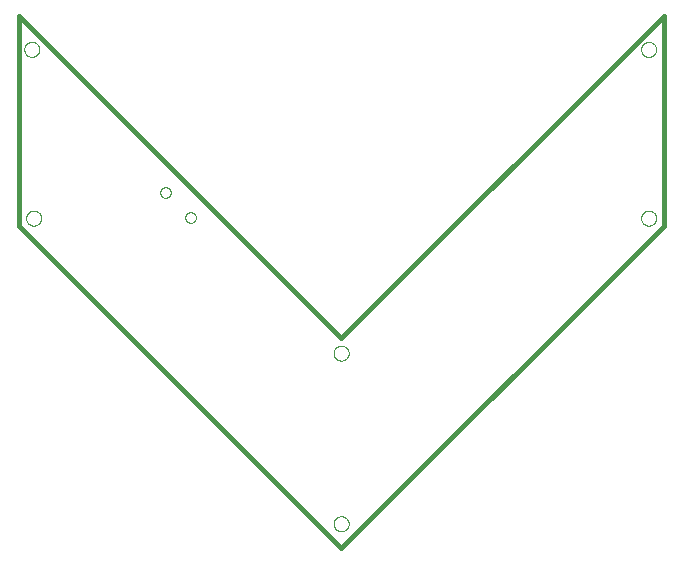
<source format=gko>
G75*
%MOIN*%
%OFA0B0*%
%FSLAX25Y25*%
%IPPOS*%
%LPD*%
%AMOC8*
5,1,8,0,0,1.08239X$1,22.5*
%
%ADD10C,0.00000*%
%ADD11C,0.01600*%
D10*
X0200833Y0081875D02*
X0200835Y0081974D01*
X0200841Y0082074D01*
X0200851Y0082173D01*
X0200865Y0082271D01*
X0200882Y0082369D01*
X0200904Y0082466D01*
X0200929Y0082562D01*
X0200958Y0082657D01*
X0200991Y0082751D01*
X0201028Y0082843D01*
X0201068Y0082934D01*
X0201112Y0083023D01*
X0201160Y0083111D01*
X0201211Y0083196D01*
X0201265Y0083279D01*
X0201322Y0083361D01*
X0201383Y0083439D01*
X0201447Y0083516D01*
X0201513Y0083589D01*
X0201583Y0083660D01*
X0201655Y0083728D01*
X0201730Y0083794D01*
X0201808Y0083856D01*
X0201888Y0083915D01*
X0201970Y0083971D01*
X0202054Y0084023D01*
X0202141Y0084072D01*
X0202229Y0084118D01*
X0202319Y0084160D01*
X0202411Y0084199D01*
X0202504Y0084234D01*
X0202598Y0084265D01*
X0202694Y0084292D01*
X0202791Y0084315D01*
X0202888Y0084335D01*
X0202986Y0084351D01*
X0203085Y0084363D01*
X0203184Y0084371D01*
X0203283Y0084375D01*
X0203383Y0084375D01*
X0203482Y0084371D01*
X0203581Y0084363D01*
X0203680Y0084351D01*
X0203778Y0084335D01*
X0203875Y0084315D01*
X0203972Y0084292D01*
X0204068Y0084265D01*
X0204162Y0084234D01*
X0204255Y0084199D01*
X0204347Y0084160D01*
X0204437Y0084118D01*
X0204525Y0084072D01*
X0204612Y0084023D01*
X0204696Y0083971D01*
X0204778Y0083915D01*
X0204858Y0083856D01*
X0204936Y0083794D01*
X0205011Y0083728D01*
X0205083Y0083660D01*
X0205153Y0083589D01*
X0205219Y0083516D01*
X0205283Y0083439D01*
X0205344Y0083361D01*
X0205401Y0083279D01*
X0205455Y0083196D01*
X0205506Y0083111D01*
X0205554Y0083023D01*
X0205598Y0082934D01*
X0205638Y0082843D01*
X0205675Y0082751D01*
X0205708Y0082657D01*
X0205737Y0082562D01*
X0205762Y0082466D01*
X0205784Y0082369D01*
X0205801Y0082271D01*
X0205815Y0082173D01*
X0205825Y0082074D01*
X0205831Y0081974D01*
X0205833Y0081875D01*
X0205831Y0081776D01*
X0205825Y0081676D01*
X0205815Y0081577D01*
X0205801Y0081479D01*
X0205784Y0081381D01*
X0205762Y0081284D01*
X0205737Y0081188D01*
X0205708Y0081093D01*
X0205675Y0080999D01*
X0205638Y0080907D01*
X0205598Y0080816D01*
X0205554Y0080727D01*
X0205506Y0080639D01*
X0205455Y0080554D01*
X0205401Y0080471D01*
X0205344Y0080389D01*
X0205283Y0080311D01*
X0205219Y0080234D01*
X0205153Y0080161D01*
X0205083Y0080090D01*
X0205011Y0080022D01*
X0204936Y0079956D01*
X0204858Y0079894D01*
X0204778Y0079835D01*
X0204696Y0079779D01*
X0204612Y0079727D01*
X0204525Y0079678D01*
X0204437Y0079632D01*
X0204347Y0079590D01*
X0204255Y0079551D01*
X0204162Y0079516D01*
X0204068Y0079485D01*
X0203972Y0079458D01*
X0203875Y0079435D01*
X0203778Y0079415D01*
X0203680Y0079399D01*
X0203581Y0079387D01*
X0203482Y0079379D01*
X0203383Y0079375D01*
X0203283Y0079375D01*
X0203184Y0079379D01*
X0203085Y0079387D01*
X0202986Y0079399D01*
X0202888Y0079415D01*
X0202791Y0079435D01*
X0202694Y0079458D01*
X0202598Y0079485D01*
X0202504Y0079516D01*
X0202411Y0079551D01*
X0202319Y0079590D01*
X0202229Y0079632D01*
X0202141Y0079678D01*
X0202054Y0079727D01*
X0201970Y0079779D01*
X0201888Y0079835D01*
X0201808Y0079894D01*
X0201730Y0079956D01*
X0201655Y0080022D01*
X0201583Y0080090D01*
X0201513Y0080161D01*
X0201447Y0080234D01*
X0201383Y0080311D01*
X0201322Y0080389D01*
X0201265Y0080471D01*
X0201211Y0080554D01*
X0201160Y0080639D01*
X0201112Y0080727D01*
X0201068Y0080816D01*
X0201028Y0080907D01*
X0200991Y0080999D01*
X0200958Y0081093D01*
X0200929Y0081188D01*
X0200904Y0081284D01*
X0200882Y0081381D01*
X0200865Y0081479D01*
X0200851Y0081577D01*
X0200841Y0081676D01*
X0200835Y0081776D01*
X0200833Y0081875D01*
X0200833Y0138750D02*
X0200835Y0138849D01*
X0200841Y0138949D01*
X0200851Y0139048D01*
X0200865Y0139146D01*
X0200882Y0139244D01*
X0200904Y0139341D01*
X0200929Y0139437D01*
X0200958Y0139532D01*
X0200991Y0139626D01*
X0201028Y0139718D01*
X0201068Y0139809D01*
X0201112Y0139898D01*
X0201160Y0139986D01*
X0201211Y0140071D01*
X0201265Y0140154D01*
X0201322Y0140236D01*
X0201383Y0140314D01*
X0201447Y0140391D01*
X0201513Y0140464D01*
X0201583Y0140535D01*
X0201655Y0140603D01*
X0201730Y0140669D01*
X0201808Y0140731D01*
X0201888Y0140790D01*
X0201970Y0140846D01*
X0202054Y0140898D01*
X0202141Y0140947D01*
X0202229Y0140993D01*
X0202319Y0141035D01*
X0202411Y0141074D01*
X0202504Y0141109D01*
X0202598Y0141140D01*
X0202694Y0141167D01*
X0202791Y0141190D01*
X0202888Y0141210D01*
X0202986Y0141226D01*
X0203085Y0141238D01*
X0203184Y0141246D01*
X0203283Y0141250D01*
X0203383Y0141250D01*
X0203482Y0141246D01*
X0203581Y0141238D01*
X0203680Y0141226D01*
X0203778Y0141210D01*
X0203875Y0141190D01*
X0203972Y0141167D01*
X0204068Y0141140D01*
X0204162Y0141109D01*
X0204255Y0141074D01*
X0204347Y0141035D01*
X0204437Y0140993D01*
X0204525Y0140947D01*
X0204612Y0140898D01*
X0204696Y0140846D01*
X0204778Y0140790D01*
X0204858Y0140731D01*
X0204936Y0140669D01*
X0205011Y0140603D01*
X0205083Y0140535D01*
X0205153Y0140464D01*
X0205219Y0140391D01*
X0205283Y0140314D01*
X0205344Y0140236D01*
X0205401Y0140154D01*
X0205455Y0140071D01*
X0205506Y0139986D01*
X0205554Y0139898D01*
X0205598Y0139809D01*
X0205638Y0139718D01*
X0205675Y0139626D01*
X0205708Y0139532D01*
X0205737Y0139437D01*
X0205762Y0139341D01*
X0205784Y0139244D01*
X0205801Y0139146D01*
X0205815Y0139048D01*
X0205825Y0138949D01*
X0205831Y0138849D01*
X0205833Y0138750D01*
X0205831Y0138651D01*
X0205825Y0138551D01*
X0205815Y0138452D01*
X0205801Y0138354D01*
X0205784Y0138256D01*
X0205762Y0138159D01*
X0205737Y0138063D01*
X0205708Y0137968D01*
X0205675Y0137874D01*
X0205638Y0137782D01*
X0205598Y0137691D01*
X0205554Y0137602D01*
X0205506Y0137514D01*
X0205455Y0137429D01*
X0205401Y0137346D01*
X0205344Y0137264D01*
X0205283Y0137186D01*
X0205219Y0137109D01*
X0205153Y0137036D01*
X0205083Y0136965D01*
X0205011Y0136897D01*
X0204936Y0136831D01*
X0204858Y0136769D01*
X0204778Y0136710D01*
X0204696Y0136654D01*
X0204612Y0136602D01*
X0204525Y0136553D01*
X0204437Y0136507D01*
X0204347Y0136465D01*
X0204255Y0136426D01*
X0204162Y0136391D01*
X0204068Y0136360D01*
X0203972Y0136333D01*
X0203875Y0136310D01*
X0203778Y0136290D01*
X0203680Y0136274D01*
X0203581Y0136262D01*
X0203482Y0136254D01*
X0203383Y0136250D01*
X0203283Y0136250D01*
X0203184Y0136254D01*
X0203085Y0136262D01*
X0202986Y0136274D01*
X0202888Y0136290D01*
X0202791Y0136310D01*
X0202694Y0136333D01*
X0202598Y0136360D01*
X0202504Y0136391D01*
X0202411Y0136426D01*
X0202319Y0136465D01*
X0202229Y0136507D01*
X0202141Y0136553D01*
X0202054Y0136602D01*
X0201970Y0136654D01*
X0201888Y0136710D01*
X0201808Y0136769D01*
X0201730Y0136831D01*
X0201655Y0136897D01*
X0201583Y0136965D01*
X0201513Y0137036D01*
X0201447Y0137109D01*
X0201383Y0137186D01*
X0201322Y0137264D01*
X0201265Y0137346D01*
X0201211Y0137429D01*
X0201160Y0137514D01*
X0201112Y0137602D01*
X0201068Y0137691D01*
X0201028Y0137782D01*
X0200991Y0137874D01*
X0200958Y0137968D01*
X0200929Y0138063D01*
X0200904Y0138159D01*
X0200882Y0138256D01*
X0200865Y0138354D01*
X0200851Y0138452D01*
X0200841Y0138551D01*
X0200835Y0138651D01*
X0200833Y0138750D01*
X0151362Y0183949D02*
X0151364Y0184033D01*
X0151370Y0184116D01*
X0151380Y0184199D01*
X0151394Y0184282D01*
X0151411Y0184364D01*
X0151433Y0184445D01*
X0151458Y0184524D01*
X0151487Y0184603D01*
X0151520Y0184680D01*
X0151556Y0184755D01*
X0151596Y0184829D01*
X0151639Y0184901D01*
X0151686Y0184970D01*
X0151736Y0185037D01*
X0151789Y0185102D01*
X0151845Y0185164D01*
X0151903Y0185224D01*
X0151965Y0185281D01*
X0152029Y0185334D01*
X0152096Y0185385D01*
X0152165Y0185432D01*
X0152236Y0185477D01*
X0152309Y0185517D01*
X0152384Y0185554D01*
X0152461Y0185588D01*
X0152539Y0185618D01*
X0152618Y0185644D01*
X0152699Y0185667D01*
X0152781Y0185685D01*
X0152863Y0185700D01*
X0152946Y0185711D01*
X0153029Y0185718D01*
X0153113Y0185721D01*
X0153197Y0185720D01*
X0153280Y0185715D01*
X0153364Y0185706D01*
X0153446Y0185693D01*
X0153528Y0185677D01*
X0153609Y0185656D01*
X0153690Y0185632D01*
X0153768Y0185604D01*
X0153846Y0185572D01*
X0153922Y0185536D01*
X0153996Y0185497D01*
X0154068Y0185455D01*
X0154138Y0185409D01*
X0154206Y0185360D01*
X0154271Y0185308D01*
X0154334Y0185253D01*
X0154394Y0185195D01*
X0154452Y0185134D01*
X0154506Y0185070D01*
X0154558Y0185004D01*
X0154606Y0184936D01*
X0154651Y0184865D01*
X0154692Y0184792D01*
X0154731Y0184718D01*
X0154765Y0184642D01*
X0154796Y0184564D01*
X0154823Y0184485D01*
X0154847Y0184404D01*
X0154866Y0184323D01*
X0154882Y0184241D01*
X0154894Y0184158D01*
X0154902Y0184074D01*
X0154906Y0183991D01*
X0154906Y0183907D01*
X0154902Y0183824D01*
X0154894Y0183740D01*
X0154882Y0183657D01*
X0154866Y0183575D01*
X0154847Y0183494D01*
X0154823Y0183413D01*
X0154796Y0183334D01*
X0154765Y0183256D01*
X0154731Y0183180D01*
X0154692Y0183106D01*
X0154651Y0183033D01*
X0154606Y0182962D01*
X0154558Y0182894D01*
X0154506Y0182828D01*
X0154452Y0182764D01*
X0154394Y0182703D01*
X0154334Y0182645D01*
X0154271Y0182590D01*
X0154206Y0182538D01*
X0154138Y0182489D01*
X0154068Y0182443D01*
X0153996Y0182401D01*
X0153922Y0182362D01*
X0153846Y0182326D01*
X0153768Y0182294D01*
X0153690Y0182266D01*
X0153609Y0182242D01*
X0153528Y0182221D01*
X0153446Y0182205D01*
X0153364Y0182192D01*
X0153280Y0182183D01*
X0153197Y0182178D01*
X0153113Y0182177D01*
X0153029Y0182180D01*
X0152946Y0182187D01*
X0152863Y0182198D01*
X0152781Y0182213D01*
X0152699Y0182231D01*
X0152618Y0182254D01*
X0152539Y0182280D01*
X0152461Y0182310D01*
X0152384Y0182344D01*
X0152309Y0182381D01*
X0152236Y0182421D01*
X0152165Y0182466D01*
X0152096Y0182513D01*
X0152029Y0182564D01*
X0151965Y0182617D01*
X0151903Y0182674D01*
X0151845Y0182734D01*
X0151789Y0182796D01*
X0151736Y0182861D01*
X0151686Y0182928D01*
X0151639Y0182997D01*
X0151596Y0183069D01*
X0151556Y0183143D01*
X0151520Y0183218D01*
X0151487Y0183295D01*
X0151458Y0183374D01*
X0151433Y0183453D01*
X0151411Y0183534D01*
X0151394Y0183616D01*
X0151380Y0183699D01*
X0151370Y0183782D01*
X0151364Y0183865D01*
X0151362Y0183949D01*
X0143011Y0192301D02*
X0143013Y0192385D01*
X0143019Y0192468D01*
X0143029Y0192551D01*
X0143043Y0192634D01*
X0143060Y0192716D01*
X0143082Y0192797D01*
X0143107Y0192876D01*
X0143136Y0192955D01*
X0143169Y0193032D01*
X0143205Y0193107D01*
X0143245Y0193181D01*
X0143288Y0193253D01*
X0143335Y0193322D01*
X0143385Y0193389D01*
X0143438Y0193454D01*
X0143494Y0193516D01*
X0143552Y0193576D01*
X0143614Y0193633D01*
X0143678Y0193686D01*
X0143745Y0193737D01*
X0143814Y0193784D01*
X0143885Y0193829D01*
X0143958Y0193869D01*
X0144033Y0193906D01*
X0144110Y0193940D01*
X0144188Y0193970D01*
X0144267Y0193996D01*
X0144348Y0194019D01*
X0144430Y0194037D01*
X0144512Y0194052D01*
X0144595Y0194063D01*
X0144678Y0194070D01*
X0144762Y0194073D01*
X0144846Y0194072D01*
X0144929Y0194067D01*
X0145013Y0194058D01*
X0145095Y0194045D01*
X0145177Y0194029D01*
X0145258Y0194008D01*
X0145339Y0193984D01*
X0145417Y0193956D01*
X0145495Y0193924D01*
X0145571Y0193888D01*
X0145645Y0193849D01*
X0145717Y0193807D01*
X0145787Y0193761D01*
X0145855Y0193712D01*
X0145920Y0193660D01*
X0145983Y0193605D01*
X0146043Y0193547D01*
X0146101Y0193486D01*
X0146155Y0193422D01*
X0146207Y0193356D01*
X0146255Y0193288D01*
X0146300Y0193217D01*
X0146341Y0193144D01*
X0146380Y0193070D01*
X0146414Y0192994D01*
X0146445Y0192916D01*
X0146472Y0192837D01*
X0146496Y0192756D01*
X0146515Y0192675D01*
X0146531Y0192593D01*
X0146543Y0192510D01*
X0146551Y0192426D01*
X0146555Y0192343D01*
X0146555Y0192259D01*
X0146551Y0192176D01*
X0146543Y0192092D01*
X0146531Y0192009D01*
X0146515Y0191927D01*
X0146496Y0191846D01*
X0146472Y0191765D01*
X0146445Y0191686D01*
X0146414Y0191608D01*
X0146380Y0191532D01*
X0146341Y0191458D01*
X0146300Y0191385D01*
X0146255Y0191314D01*
X0146207Y0191246D01*
X0146155Y0191180D01*
X0146101Y0191116D01*
X0146043Y0191055D01*
X0145983Y0190997D01*
X0145920Y0190942D01*
X0145855Y0190890D01*
X0145787Y0190841D01*
X0145717Y0190795D01*
X0145645Y0190753D01*
X0145571Y0190714D01*
X0145495Y0190678D01*
X0145417Y0190646D01*
X0145339Y0190618D01*
X0145258Y0190594D01*
X0145177Y0190573D01*
X0145095Y0190557D01*
X0145013Y0190544D01*
X0144929Y0190535D01*
X0144846Y0190530D01*
X0144762Y0190529D01*
X0144678Y0190532D01*
X0144595Y0190539D01*
X0144512Y0190550D01*
X0144430Y0190565D01*
X0144348Y0190583D01*
X0144267Y0190606D01*
X0144188Y0190632D01*
X0144110Y0190662D01*
X0144033Y0190696D01*
X0143958Y0190733D01*
X0143885Y0190773D01*
X0143814Y0190818D01*
X0143745Y0190865D01*
X0143678Y0190916D01*
X0143614Y0190969D01*
X0143552Y0191026D01*
X0143494Y0191086D01*
X0143438Y0191148D01*
X0143385Y0191213D01*
X0143335Y0191280D01*
X0143288Y0191349D01*
X0143245Y0191421D01*
X0143205Y0191495D01*
X0143169Y0191570D01*
X0143136Y0191647D01*
X0143107Y0191726D01*
X0143082Y0191805D01*
X0143060Y0191886D01*
X0143043Y0191968D01*
X0143029Y0192051D01*
X0143019Y0192134D01*
X0143013Y0192217D01*
X0143011Y0192301D01*
X0098333Y0183750D02*
X0098335Y0183849D01*
X0098341Y0183949D01*
X0098351Y0184048D01*
X0098365Y0184146D01*
X0098382Y0184244D01*
X0098404Y0184341D01*
X0098429Y0184437D01*
X0098458Y0184532D01*
X0098491Y0184626D01*
X0098528Y0184718D01*
X0098568Y0184809D01*
X0098612Y0184898D01*
X0098660Y0184986D01*
X0098711Y0185071D01*
X0098765Y0185154D01*
X0098822Y0185236D01*
X0098883Y0185314D01*
X0098947Y0185391D01*
X0099013Y0185464D01*
X0099083Y0185535D01*
X0099155Y0185603D01*
X0099230Y0185669D01*
X0099308Y0185731D01*
X0099388Y0185790D01*
X0099470Y0185846D01*
X0099554Y0185898D01*
X0099641Y0185947D01*
X0099729Y0185993D01*
X0099819Y0186035D01*
X0099911Y0186074D01*
X0100004Y0186109D01*
X0100098Y0186140D01*
X0100194Y0186167D01*
X0100291Y0186190D01*
X0100388Y0186210D01*
X0100486Y0186226D01*
X0100585Y0186238D01*
X0100684Y0186246D01*
X0100783Y0186250D01*
X0100883Y0186250D01*
X0100982Y0186246D01*
X0101081Y0186238D01*
X0101180Y0186226D01*
X0101278Y0186210D01*
X0101375Y0186190D01*
X0101472Y0186167D01*
X0101568Y0186140D01*
X0101662Y0186109D01*
X0101755Y0186074D01*
X0101847Y0186035D01*
X0101937Y0185993D01*
X0102025Y0185947D01*
X0102112Y0185898D01*
X0102196Y0185846D01*
X0102278Y0185790D01*
X0102358Y0185731D01*
X0102436Y0185669D01*
X0102511Y0185603D01*
X0102583Y0185535D01*
X0102653Y0185464D01*
X0102719Y0185391D01*
X0102783Y0185314D01*
X0102844Y0185236D01*
X0102901Y0185154D01*
X0102955Y0185071D01*
X0103006Y0184986D01*
X0103054Y0184898D01*
X0103098Y0184809D01*
X0103138Y0184718D01*
X0103175Y0184626D01*
X0103208Y0184532D01*
X0103237Y0184437D01*
X0103262Y0184341D01*
X0103284Y0184244D01*
X0103301Y0184146D01*
X0103315Y0184048D01*
X0103325Y0183949D01*
X0103331Y0183849D01*
X0103333Y0183750D01*
X0103331Y0183651D01*
X0103325Y0183551D01*
X0103315Y0183452D01*
X0103301Y0183354D01*
X0103284Y0183256D01*
X0103262Y0183159D01*
X0103237Y0183063D01*
X0103208Y0182968D01*
X0103175Y0182874D01*
X0103138Y0182782D01*
X0103098Y0182691D01*
X0103054Y0182602D01*
X0103006Y0182514D01*
X0102955Y0182429D01*
X0102901Y0182346D01*
X0102844Y0182264D01*
X0102783Y0182186D01*
X0102719Y0182109D01*
X0102653Y0182036D01*
X0102583Y0181965D01*
X0102511Y0181897D01*
X0102436Y0181831D01*
X0102358Y0181769D01*
X0102278Y0181710D01*
X0102196Y0181654D01*
X0102112Y0181602D01*
X0102025Y0181553D01*
X0101937Y0181507D01*
X0101847Y0181465D01*
X0101755Y0181426D01*
X0101662Y0181391D01*
X0101568Y0181360D01*
X0101472Y0181333D01*
X0101375Y0181310D01*
X0101278Y0181290D01*
X0101180Y0181274D01*
X0101081Y0181262D01*
X0100982Y0181254D01*
X0100883Y0181250D01*
X0100783Y0181250D01*
X0100684Y0181254D01*
X0100585Y0181262D01*
X0100486Y0181274D01*
X0100388Y0181290D01*
X0100291Y0181310D01*
X0100194Y0181333D01*
X0100098Y0181360D01*
X0100004Y0181391D01*
X0099911Y0181426D01*
X0099819Y0181465D01*
X0099729Y0181507D01*
X0099641Y0181553D01*
X0099554Y0181602D01*
X0099470Y0181654D01*
X0099388Y0181710D01*
X0099308Y0181769D01*
X0099230Y0181831D01*
X0099155Y0181897D01*
X0099083Y0181965D01*
X0099013Y0182036D01*
X0098947Y0182109D01*
X0098883Y0182186D01*
X0098822Y0182264D01*
X0098765Y0182346D01*
X0098711Y0182429D01*
X0098660Y0182514D01*
X0098612Y0182602D01*
X0098568Y0182691D01*
X0098528Y0182782D01*
X0098491Y0182874D01*
X0098458Y0182968D01*
X0098429Y0183063D01*
X0098404Y0183159D01*
X0098382Y0183256D01*
X0098365Y0183354D01*
X0098351Y0183452D01*
X0098341Y0183551D01*
X0098335Y0183651D01*
X0098333Y0183750D01*
X0097708Y0240000D02*
X0097710Y0240099D01*
X0097716Y0240199D01*
X0097726Y0240298D01*
X0097740Y0240396D01*
X0097757Y0240494D01*
X0097779Y0240591D01*
X0097804Y0240687D01*
X0097833Y0240782D01*
X0097866Y0240876D01*
X0097903Y0240968D01*
X0097943Y0241059D01*
X0097987Y0241148D01*
X0098035Y0241236D01*
X0098086Y0241321D01*
X0098140Y0241404D01*
X0098197Y0241486D01*
X0098258Y0241564D01*
X0098322Y0241641D01*
X0098388Y0241714D01*
X0098458Y0241785D01*
X0098530Y0241853D01*
X0098605Y0241919D01*
X0098683Y0241981D01*
X0098763Y0242040D01*
X0098845Y0242096D01*
X0098929Y0242148D01*
X0099016Y0242197D01*
X0099104Y0242243D01*
X0099194Y0242285D01*
X0099286Y0242324D01*
X0099379Y0242359D01*
X0099473Y0242390D01*
X0099569Y0242417D01*
X0099666Y0242440D01*
X0099763Y0242460D01*
X0099861Y0242476D01*
X0099960Y0242488D01*
X0100059Y0242496D01*
X0100158Y0242500D01*
X0100258Y0242500D01*
X0100357Y0242496D01*
X0100456Y0242488D01*
X0100555Y0242476D01*
X0100653Y0242460D01*
X0100750Y0242440D01*
X0100847Y0242417D01*
X0100943Y0242390D01*
X0101037Y0242359D01*
X0101130Y0242324D01*
X0101222Y0242285D01*
X0101312Y0242243D01*
X0101400Y0242197D01*
X0101487Y0242148D01*
X0101571Y0242096D01*
X0101653Y0242040D01*
X0101733Y0241981D01*
X0101811Y0241919D01*
X0101886Y0241853D01*
X0101958Y0241785D01*
X0102028Y0241714D01*
X0102094Y0241641D01*
X0102158Y0241564D01*
X0102219Y0241486D01*
X0102276Y0241404D01*
X0102330Y0241321D01*
X0102381Y0241236D01*
X0102429Y0241148D01*
X0102473Y0241059D01*
X0102513Y0240968D01*
X0102550Y0240876D01*
X0102583Y0240782D01*
X0102612Y0240687D01*
X0102637Y0240591D01*
X0102659Y0240494D01*
X0102676Y0240396D01*
X0102690Y0240298D01*
X0102700Y0240199D01*
X0102706Y0240099D01*
X0102708Y0240000D01*
X0102706Y0239901D01*
X0102700Y0239801D01*
X0102690Y0239702D01*
X0102676Y0239604D01*
X0102659Y0239506D01*
X0102637Y0239409D01*
X0102612Y0239313D01*
X0102583Y0239218D01*
X0102550Y0239124D01*
X0102513Y0239032D01*
X0102473Y0238941D01*
X0102429Y0238852D01*
X0102381Y0238764D01*
X0102330Y0238679D01*
X0102276Y0238596D01*
X0102219Y0238514D01*
X0102158Y0238436D01*
X0102094Y0238359D01*
X0102028Y0238286D01*
X0101958Y0238215D01*
X0101886Y0238147D01*
X0101811Y0238081D01*
X0101733Y0238019D01*
X0101653Y0237960D01*
X0101571Y0237904D01*
X0101487Y0237852D01*
X0101400Y0237803D01*
X0101312Y0237757D01*
X0101222Y0237715D01*
X0101130Y0237676D01*
X0101037Y0237641D01*
X0100943Y0237610D01*
X0100847Y0237583D01*
X0100750Y0237560D01*
X0100653Y0237540D01*
X0100555Y0237524D01*
X0100456Y0237512D01*
X0100357Y0237504D01*
X0100258Y0237500D01*
X0100158Y0237500D01*
X0100059Y0237504D01*
X0099960Y0237512D01*
X0099861Y0237524D01*
X0099763Y0237540D01*
X0099666Y0237560D01*
X0099569Y0237583D01*
X0099473Y0237610D01*
X0099379Y0237641D01*
X0099286Y0237676D01*
X0099194Y0237715D01*
X0099104Y0237757D01*
X0099016Y0237803D01*
X0098929Y0237852D01*
X0098845Y0237904D01*
X0098763Y0237960D01*
X0098683Y0238019D01*
X0098605Y0238081D01*
X0098530Y0238147D01*
X0098458Y0238215D01*
X0098388Y0238286D01*
X0098322Y0238359D01*
X0098258Y0238436D01*
X0098197Y0238514D01*
X0098140Y0238596D01*
X0098086Y0238679D01*
X0098035Y0238764D01*
X0097987Y0238852D01*
X0097943Y0238941D01*
X0097903Y0239032D01*
X0097866Y0239124D01*
X0097833Y0239218D01*
X0097804Y0239313D01*
X0097779Y0239409D01*
X0097757Y0239506D01*
X0097740Y0239604D01*
X0097726Y0239702D01*
X0097716Y0239801D01*
X0097710Y0239901D01*
X0097708Y0240000D01*
X0303333Y0240000D02*
X0303335Y0240099D01*
X0303341Y0240199D01*
X0303351Y0240298D01*
X0303365Y0240396D01*
X0303382Y0240494D01*
X0303404Y0240591D01*
X0303429Y0240687D01*
X0303458Y0240782D01*
X0303491Y0240876D01*
X0303528Y0240968D01*
X0303568Y0241059D01*
X0303612Y0241148D01*
X0303660Y0241236D01*
X0303711Y0241321D01*
X0303765Y0241404D01*
X0303822Y0241486D01*
X0303883Y0241564D01*
X0303947Y0241641D01*
X0304013Y0241714D01*
X0304083Y0241785D01*
X0304155Y0241853D01*
X0304230Y0241919D01*
X0304308Y0241981D01*
X0304388Y0242040D01*
X0304470Y0242096D01*
X0304554Y0242148D01*
X0304641Y0242197D01*
X0304729Y0242243D01*
X0304819Y0242285D01*
X0304911Y0242324D01*
X0305004Y0242359D01*
X0305098Y0242390D01*
X0305194Y0242417D01*
X0305291Y0242440D01*
X0305388Y0242460D01*
X0305486Y0242476D01*
X0305585Y0242488D01*
X0305684Y0242496D01*
X0305783Y0242500D01*
X0305883Y0242500D01*
X0305982Y0242496D01*
X0306081Y0242488D01*
X0306180Y0242476D01*
X0306278Y0242460D01*
X0306375Y0242440D01*
X0306472Y0242417D01*
X0306568Y0242390D01*
X0306662Y0242359D01*
X0306755Y0242324D01*
X0306847Y0242285D01*
X0306937Y0242243D01*
X0307025Y0242197D01*
X0307112Y0242148D01*
X0307196Y0242096D01*
X0307278Y0242040D01*
X0307358Y0241981D01*
X0307436Y0241919D01*
X0307511Y0241853D01*
X0307583Y0241785D01*
X0307653Y0241714D01*
X0307719Y0241641D01*
X0307783Y0241564D01*
X0307844Y0241486D01*
X0307901Y0241404D01*
X0307955Y0241321D01*
X0308006Y0241236D01*
X0308054Y0241148D01*
X0308098Y0241059D01*
X0308138Y0240968D01*
X0308175Y0240876D01*
X0308208Y0240782D01*
X0308237Y0240687D01*
X0308262Y0240591D01*
X0308284Y0240494D01*
X0308301Y0240396D01*
X0308315Y0240298D01*
X0308325Y0240199D01*
X0308331Y0240099D01*
X0308333Y0240000D01*
X0308331Y0239901D01*
X0308325Y0239801D01*
X0308315Y0239702D01*
X0308301Y0239604D01*
X0308284Y0239506D01*
X0308262Y0239409D01*
X0308237Y0239313D01*
X0308208Y0239218D01*
X0308175Y0239124D01*
X0308138Y0239032D01*
X0308098Y0238941D01*
X0308054Y0238852D01*
X0308006Y0238764D01*
X0307955Y0238679D01*
X0307901Y0238596D01*
X0307844Y0238514D01*
X0307783Y0238436D01*
X0307719Y0238359D01*
X0307653Y0238286D01*
X0307583Y0238215D01*
X0307511Y0238147D01*
X0307436Y0238081D01*
X0307358Y0238019D01*
X0307278Y0237960D01*
X0307196Y0237904D01*
X0307112Y0237852D01*
X0307025Y0237803D01*
X0306937Y0237757D01*
X0306847Y0237715D01*
X0306755Y0237676D01*
X0306662Y0237641D01*
X0306568Y0237610D01*
X0306472Y0237583D01*
X0306375Y0237560D01*
X0306278Y0237540D01*
X0306180Y0237524D01*
X0306081Y0237512D01*
X0305982Y0237504D01*
X0305883Y0237500D01*
X0305783Y0237500D01*
X0305684Y0237504D01*
X0305585Y0237512D01*
X0305486Y0237524D01*
X0305388Y0237540D01*
X0305291Y0237560D01*
X0305194Y0237583D01*
X0305098Y0237610D01*
X0305004Y0237641D01*
X0304911Y0237676D01*
X0304819Y0237715D01*
X0304729Y0237757D01*
X0304641Y0237803D01*
X0304554Y0237852D01*
X0304470Y0237904D01*
X0304388Y0237960D01*
X0304308Y0238019D01*
X0304230Y0238081D01*
X0304155Y0238147D01*
X0304083Y0238215D01*
X0304013Y0238286D01*
X0303947Y0238359D01*
X0303883Y0238436D01*
X0303822Y0238514D01*
X0303765Y0238596D01*
X0303711Y0238679D01*
X0303660Y0238764D01*
X0303612Y0238852D01*
X0303568Y0238941D01*
X0303528Y0239032D01*
X0303491Y0239124D01*
X0303458Y0239218D01*
X0303429Y0239313D01*
X0303404Y0239409D01*
X0303382Y0239506D01*
X0303365Y0239604D01*
X0303351Y0239702D01*
X0303341Y0239801D01*
X0303335Y0239901D01*
X0303333Y0240000D01*
X0303333Y0183750D02*
X0303335Y0183849D01*
X0303341Y0183949D01*
X0303351Y0184048D01*
X0303365Y0184146D01*
X0303382Y0184244D01*
X0303404Y0184341D01*
X0303429Y0184437D01*
X0303458Y0184532D01*
X0303491Y0184626D01*
X0303528Y0184718D01*
X0303568Y0184809D01*
X0303612Y0184898D01*
X0303660Y0184986D01*
X0303711Y0185071D01*
X0303765Y0185154D01*
X0303822Y0185236D01*
X0303883Y0185314D01*
X0303947Y0185391D01*
X0304013Y0185464D01*
X0304083Y0185535D01*
X0304155Y0185603D01*
X0304230Y0185669D01*
X0304308Y0185731D01*
X0304388Y0185790D01*
X0304470Y0185846D01*
X0304554Y0185898D01*
X0304641Y0185947D01*
X0304729Y0185993D01*
X0304819Y0186035D01*
X0304911Y0186074D01*
X0305004Y0186109D01*
X0305098Y0186140D01*
X0305194Y0186167D01*
X0305291Y0186190D01*
X0305388Y0186210D01*
X0305486Y0186226D01*
X0305585Y0186238D01*
X0305684Y0186246D01*
X0305783Y0186250D01*
X0305883Y0186250D01*
X0305982Y0186246D01*
X0306081Y0186238D01*
X0306180Y0186226D01*
X0306278Y0186210D01*
X0306375Y0186190D01*
X0306472Y0186167D01*
X0306568Y0186140D01*
X0306662Y0186109D01*
X0306755Y0186074D01*
X0306847Y0186035D01*
X0306937Y0185993D01*
X0307025Y0185947D01*
X0307112Y0185898D01*
X0307196Y0185846D01*
X0307278Y0185790D01*
X0307358Y0185731D01*
X0307436Y0185669D01*
X0307511Y0185603D01*
X0307583Y0185535D01*
X0307653Y0185464D01*
X0307719Y0185391D01*
X0307783Y0185314D01*
X0307844Y0185236D01*
X0307901Y0185154D01*
X0307955Y0185071D01*
X0308006Y0184986D01*
X0308054Y0184898D01*
X0308098Y0184809D01*
X0308138Y0184718D01*
X0308175Y0184626D01*
X0308208Y0184532D01*
X0308237Y0184437D01*
X0308262Y0184341D01*
X0308284Y0184244D01*
X0308301Y0184146D01*
X0308315Y0184048D01*
X0308325Y0183949D01*
X0308331Y0183849D01*
X0308333Y0183750D01*
X0308331Y0183651D01*
X0308325Y0183551D01*
X0308315Y0183452D01*
X0308301Y0183354D01*
X0308284Y0183256D01*
X0308262Y0183159D01*
X0308237Y0183063D01*
X0308208Y0182968D01*
X0308175Y0182874D01*
X0308138Y0182782D01*
X0308098Y0182691D01*
X0308054Y0182602D01*
X0308006Y0182514D01*
X0307955Y0182429D01*
X0307901Y0182346D01*
X0307844Y0182264D01*
X0307783Y0182186D01*
X0307719Y0182109D01*
X0307653Y0182036D01*
X0307583Y0181965D01*
X0307511Y0181897D01*
X0307436Y0181831D01*
X0307358Y0181769D01*
X0307278Y0181710D01*
X0307196Y0181654D01*
X0307112Y0181602D01*
X0307025Y0181553D01*
X0306937Y0181507D01*
X0306847Y0181465D01*
X0306755Y0181426D01*
X0306662Y0181391D01*
X0306568Y0181360D01*
X0306472Y0181333D01*
X0306375Y0181310D01*
X0306278Y0181290D01*
X0306180Y0181274D01*
X0306081Y0181262D01*
X0305982Y0181254D01*
X0305883Y0181250D01*
X0305783Y0181250D01*
X0305684Y0181254D01*
X0305585Y0181262D01*
X0305486Y0181274D01*
X0305388Y0181290D01*
X0305291Y0181310D01*
X0305194Y0181333D01*
X0305098Y0181360D01*
X0305004Y0181391D01*
X0304911Y0181426D01*
X0304819Y0181465D01*
X0304729Y0181507D01*
X0304641Y0181553D01*
X0304554Y0181602D01*
X0304470Y0181654D01*
X0304388Y0181710D01*
X0304308Y0181769D01*
X0304230Y0181831D01*
X0304155Y0181897D01*
X0304083Y0181965D01*
X0304013Y0182036D01*
X0303947Y0182109D01*
X0303883Y0182186D01*
X0303822Y0182264D01*
X0303765Y0182346D01*
X0303711Y0182429D01*
X0303660Y0182514D01*
X0303612Y0182602D01*
X0303568Y0182691D01*
X0303528Y0182782D01*
X0303491Y0182874D01*
X0303458Y0182968D01*
X0303429Y0183063D01*
X0303404Y0183159D01*
X0303382Y0183256D01*
X0303365Y0183354D01*
X0303351Y0183452D01*
X0303341Y0183551D01*
X0303335Y0183651D01*
X0303333Y0183750D01*
D11*
X0203333Y0073750D02*
X0095833Y0181250D01*
X0095833Y0251250D01*
X0203333Y0143750D01*
X0310833Y0251250D01*
X0310833Y0181250D01*
X0203333Y0073750D01*
M02*

</source>
